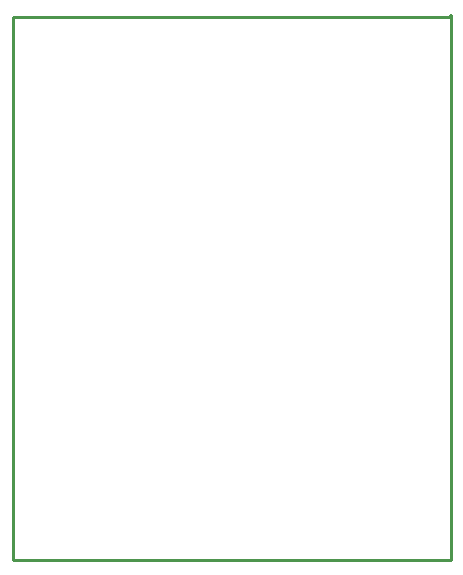
<source format=gm1>
%FSLAX44Y44*%
%MOMM*%
G71*
G01*
G75*
G04 Layer_Color=16711935*
%ADD10R,0.5588X1.2700*%
%ADD11R,1.2700X0.5588*%
%ADD12R,2.5146X3.5052*%
%ADD13R,3.5052X2.5146*%
%ADD14R,1.3208X1.6002*%
%ADD15R,1.2192X1.2192*%
%ADD16R,0.6604X2.0320*%
%ADD17R,1.2192X1.2192*%
%ADD18R,2.0066X1.5240*%
%ADD19R,2.0066X3.8100*%
%ADD20R,1.6002X1.3208*%
%ADD21C,0.8128*%
%ADD22C,0.4064*%
%ADD23C,0.3048*%
%ADD24C,0.3050*%
%ADD25C,0.4060*%
%ADD26C,0.2540*%
G04:AMPARAMS|DCode=27|XSize=1.524mm|YSize=1.524mm|CornerRadius=0mm|HoleSize=0mm|Usage=FLASHONLY|Rotation=0.000|XOffset=0mm|YOffset=0mm|HoleType=Round|Shape=Octagon|*
%AMOCTAGOND27*
4,1,8,0.7620,-0.3810,0.7620,0.3810,0.3810,0.7620,-0.3810,0.7620,-0.7620,0.3810,-0.7620,-0.3810,-0.3810,-0.7620,0.3810,-0.7620,0.7620,-0.3810,0.0*
%
%ADD27OCTAGOND27*%

%ADD28O,3.0480X1.5240*%
%ADD29O,1.5240X3.0480*%
G04:AMPARAMS|DCode=30|XSize=1.524mm|YSize=1.524mm|CornerRadius=0mm|HoleSize=0mm|Usage=FLASHONLY|Rotation=270.000|XOffset=0mm|YOffset=0mm|HoleType=Round|Shape=Octagon|*
%AMOCTAGOND30*
4,1,8,-0.3810,-0.7620,0.3810,-0.7620,0.7620,-0.3810,0.7620,0.3810,0.3810,0.7620,-0.3810,0.7620,-0.7620,0.3810,-0.7620,-0.3810,-0.3810,-0.7620,0.0*
%
%ADD30OCTAGOND30*%

%ADD31C,3.5560*%
%ADD32C,1.2700*%
%ADD33R,0.8128X1.2192*%
%ADD34R,1.2192X0.8128*%
%ADD35R,1.0160X1.5240*%
%ADD36R,1.0160X1.2192*%
%ADD37R,2.7432X2.1590*%
%ADD38C,0.6096*%
%ADD39C,0.1524*%
%ADD40C,0.2032*%
%ADD41C,0.0000*%
%ADD42C,0.0508*%
%ADD43C,0.0518*%
%ADD44C,0.0648*%
%ADD45R,0.2032X0.2016*%
%ADD46R,1.2700X1.9050*%
%ADD47R,0.7620X1.7780*%
%ADD48R,1.2700X0.7620*%
%ADD49R,0.2016X0.2032*%
%ADD50R,0.9652X1.6764*%
%ADD51R,1.6764X0.9652*%
%ADD52R,2.9210X3.9116*%
%ADD53R,3.9116X2.9210*%
%ADD54R,1.7272X2.0066*%
%ADD55R,1.6256X1.6256*%
%ADD56R,1.0668X2.4384*%
%ADD57R,1.6256X1.6256*%
%ADD58R,2.4130X1.9304*%
%ADD59R,2.4130X4.2164*%
%ADD60R,2.0066X1.7272*%
G04:AMPARAMS|DCode=61|XSize=1.9304mm|YSize=1.9304mm|CornerRadius=0mm|HoleSize=0mm|Usage=FLASHONLY|Rotation=0.000|XOffset=0mm|YOffset=0mm|HoleType=Round|Shape=Octagon|*
%AMOCTAGOND61*
4,1,8,0.9652,-0.4826,0.9652,0.4826,0.4826,0.9652,-0.4826,0.9652,-0.9652,0.4826,-0.9652,-0.4826,-0.4826,-0.9652,0.4826,-0.9652,0.9652,-0.4826,0.0*
%
%ADD61OCTAGOND61*%

%ADD62O,3.4544X1.9304*%
%ADD63O,1.9304X3.4544*%
G04:AMPARAMS|DCode=64|XSize=1.9304mm|YSize=1.9304mm|CornerRadius=0mm|HoleSize=0mm|Usage=FLASHONLY|Rotation=270.000|XOffset=0mm|YOffset=0mm|HoleType=Round|Shape=Octagon|*
%AMOCTAGOND64*
4,1,8,-0.4826,-0.9652,0.4826,-0.9652,0.9652,-0.4826,0.9652,0.4826,0.4826,0.9652,-0.4826,0.9652,-0.9652,0.4826,-0.9652,-0.4826,-0.4826,-0.9652,0.0*
%
%ADD64OCTAGOND64*%

%ADD65C,4.3688*%
%ADD66C,3.9624*%
%ADD67C,1.6764*%
%ADD68R,1.2192X1.6256*%
%ADD69R,1.6256X1.2192*%
%ADD70R,1.4224X1.9304*%
%ADD71R,1.4224X1.6256*%
%ADD72R,3.1496X2.5654*%
%ADD73C,0.1270*%
%ADD74C,0.0762*%
%ADD75R,0.3024X0.7056*%
D26*
X0Y0D02*
X370840D01*
Y461010D01*
X369570Y459740D02*
X370840Y461010D01*
X0Y459740D02*
X369570D01*
X0Y0D02*
Y459740D01*
Y0D02*
X370840D01*
Y461010D01*
X369570Y459740D02*
X370840Y461010D01*
X0Y459740D02*
X369570D01*
X0Y0D02*
Y459740D01*
M02*

</source>
